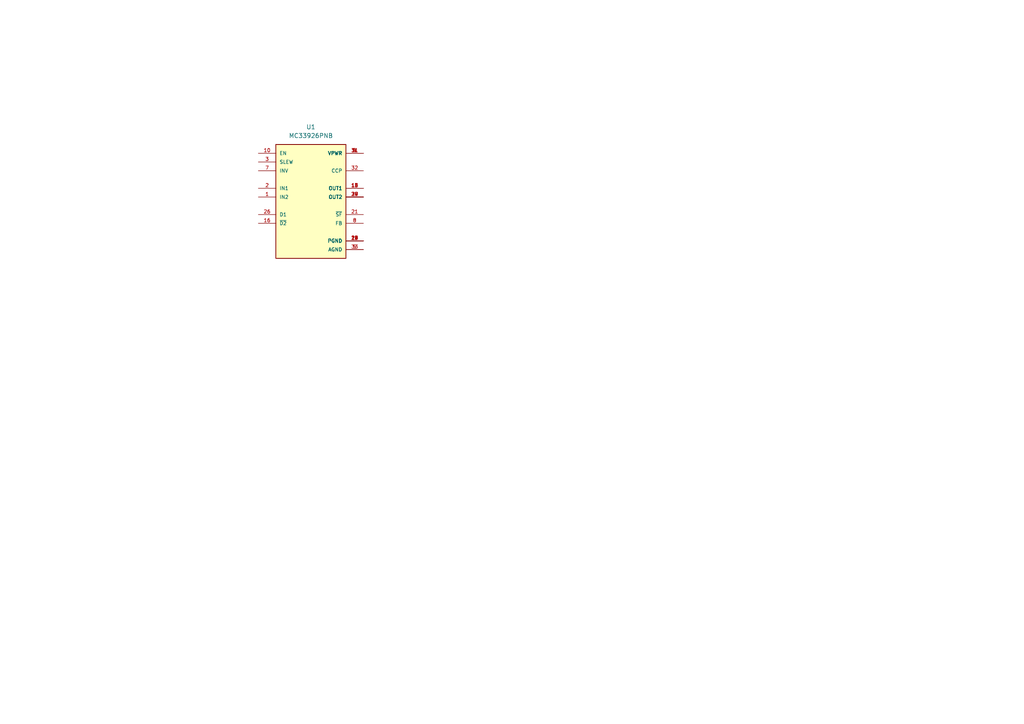
<source format=kicad_sch>
(kicad_sch (version 20231120) (generator "eeschema") (generator_version "8.0")
  (paper "A4")
  (lib_symbols
    (symbol "MC33926PNB:MC33926PNB" (pin_names (offset 1.016))
      (property "Reference" "U" (at -10.178 15.7759 0))
      (property "Value" "MC33926PNB" (at -10.1769 -20.3538 0))
      (symbol "MC33926PNB_0_0"
        (rectangle (start -10.16 -17.78) (end 10.16 15.24) (stroke (width 0.254)) (fill (type background)))
        (pin input line (at -15.24 0 0) (length 5.08) (name "IN2") (number "1"))
        (pin input line (at -15.24 12.7 0) (length 5.08) (name "EN") (number "10"))
        (pin power_in line (at 15.24 12.7 180) (length 5.08) (name "VPWR") (number "11"))
        (pin output line (at 15.24 2.54 180) (length 5.08) (name "OUT1") (number "12"))
        (pin output line (at 15.24 2.54 180) (length 5.08) (name "OUT1") (number "13"))
        (pin output line (at 15.24 2.54 180) (length 5.08) (name "OUT1") (number "14"))
        (pin output line (at 15.24 2.54 180) (length 5.08) (name "OUT1") (number "15"))
        (pin input line (at -15.24 -7.62 0) (length 5.08) (name "~{D2}") (number "16"))
        (pin power_in line (at 15.24 -12.7 180) (length 5.08) (name "PGND") (number "18"))
        (pin power_in line (at 15.24 -12.7 180) (length 5.08) (name "PGND") (number "19"))
        (pin input line (at -15.24 2.54 0) (length 5.08) (name "IN1") (number "2"))
        (pin power_in line (at 15.24 -12.7 180) (length 5.08) (name "PGND") (number "20"))
        (pin output line (at 15.24 -5.08 180) (length 5.08) (name "~{SF}") (number "21"))
        (pin power_in line (at 15.24 -12.7 180) (length 5.08) (name "PGND") (number "22"))
        (pin power_in line (at 15.24 -12.7 180) (length 5.08) (name "PGND") (number "23"))
        (pin power_in line (at 15.24 -12.7 180) (length 5.08) (name "PGND") (number "24"))
        (pin input line (at -15.24 -5.08 0) (length 5.08) (name "D1") (number "26"))
        (pin output line (at 15.24 0 180) (length 5.08) (name "OUT2") (number "27"))
        (pin output line (at 15.24 0 180) (length 5.08) (name "OUT2") (number "28"))
        (pin output line (at 15.24 0 180) (length 5.08) (name "OUT2") (number "29"))
        (pin input line (at -15.24 10.16 0) (length 5.08) (name "SLEW") (number "3"))
        (pin output line (at 15.24 0 180) (length 5.08) (name "OUT2") (number "30"))
        (pin power_in line (at 15.24 12.7 180) (length 5.08) (name "VPWR") (number "31"))
        (pin output line (at 15.24 7.62 180) (length 5.08) (name "CCP") (number "32"))
        (pin power_in line (at 15.24 -15.24 180) (length 5.08) (name "AGND") (number "33"))
        (pin power_in line (at 15.24 12.7 180) (length 5.08) (name "VPWR") (number "4"))
        (pin power_in line (at 15.24 -15.24 180) (length 5.08) (name "AGND") (number "5"))
        (pin power_in line (at 15.24 12.7 180) (length 5.08) (name "VPWR") (number "6"))
        (pin input line (at -15.24 7.62 0) (length 5.08) (name "INV") (number "7"))
        (pin output line (at 15.24 -7.62 180) (length 5.08) (name "FB") (number "8"))
      )
    )
  )
  (symbol (lib_id "MC33926PNB:MC33926PNB") (at 90.17 57.15 0) (unit 1)
    (property "Reference" "U1" (at 90.17 36.83 0))
    (property "Value" "MC33926PNB" (at 90.17 39.37 0))
    (property "Footprint" "MC33926PNB:QFN80P800X800X220-33N" (effects (hide yes)))
    (property "MF" "NXP USA" (effects (hide yes)))
    (property "Description_1" "\n                        \n                            - Motor Driver CMOS Parallel 32-PQFN (8x8)\n                        \n" (effects (hide yes)))
    (property "Package" "PQFN-32 NXP Semiconductors" (effects (hide yes)))
    (property "Price" "None" (effects (hide yes)))
    (property "Check_prices" "https://www.snapeda.com/parts/MC33926PNB/NXP+USA+Inc./view-part/?ref=eda" (effects (hide yes)))
    (property "SnapEDA_Link" "https://www.snapeda.com/parts/MC33926PNB/NXP+USA+Inc./view-part/?ref=snap" (effects (hide yes)))
    (property "MP" "MC33926PNB" (effects (hide yes)))
    (property "Availability" "In Stock" (effects (hide yes)))
    (property "MANUFACTURER" "NXP / Freescale" (effects (hide yes)))
  )
)
</source>
